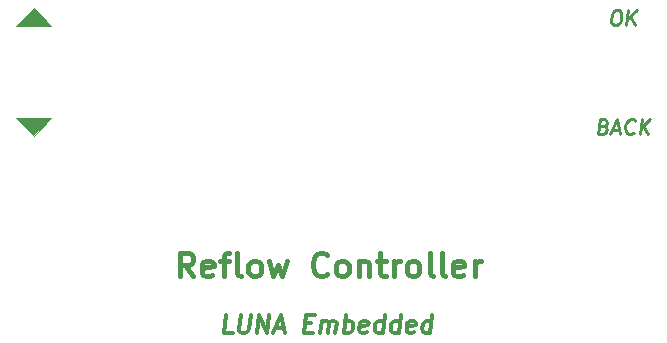
<source format=gbr>
%TF.GenerationSoftware,KiCad,Pcbnew,5.1.10*%
%TF.CreationDate,2021-05-04T13:24:29+02:00*%
%TF.ProjectId,Uyue_946_1010,55797565-5f39-4343-965f-313031302e6b,rev?*%
%TF.SameCoordinates,Original*%
%TF.FileFunction,Soldermask,Top*%
%TF.FilePolarity,Negative*%
%FSLAX46Y46*%
G04 Gerber Fmt 4.6, Leading zero omitted, Abs format (unit mm)*
G04 Created by KiCad (PCBNEW 5.1.10) date 2021-05-04 13:24:29*
%MOMM*%
%LPD*%
G01*
G04 APERTURE LIST*
%ADD10C,0.100000*%
%ADD11C,0.250000*%
%ADD12C,0.350000*%
%ADD13C,0.450000*%
G04 APERTURE END LIST*
D10*
G36*
X-25000000Y-1000000D02*
G01*
X-26450000Y500000D01*
X-23550000Y500000D01*
X-25000000Y-1000000D01*
G37*
X-25000000Y-1000000D02*
X-26450000Y500000D01*
X-23550000Y500000D01*
X-25000000Y-1000000D01*
G36*
X-23550000Y8300000D02*
G01*
X-26450000Y8300000D01*
X-25000000Y9800000D01*
X-23550000Y8300000D01*
G37*
X-23550000Y8300000D02*
X-26450000Y8300000D01*
X-25000000Y9800000D01*
X-23550000Y8300000D01*
D11*
X23255357Y-210714D02*
X23426488Y-270238D01*
X23478571Y-329761D01*
X23523214Y-448809D01*
X23500892Y-627380D01*
X23426488Y-746428D01*
X23359523Y-805952D01*
X23233035Y-865476D01*
X22756845Y-865476D01*
X22913095Y384523D01*
X23329761Y384523D01*
X23441369Y325000D01*
X23493452Y265476D01*
X23538095Y146428D01*
X23523214Y27380D01*
X23448809Y-91666D01*
X23381845Y-151190D01*
X23255357Y-210714D01*
X22838690Y-210714D01*
X23991964Y-508333D02*
X24587202Y-508333D01*
X23828273Y-865476D02*
X24401190Y384523D01*
X24661607Y-865476D01*
X25807440Y-746428D02*
X25740476Y-805952D01*
X25554464Y-865476D01*
X25435416Y-865476D01*
X25264285Y-805952D01*
X25160119Y-686904D01*
X25115476Y-567857D01*
X25085714Y-329761D01*
X25108035Y-151190D01*
X25197321Y86904D01*
X25271726Y205952D01*
X25405654Y325000D01*
X25591666Y384523D01*
X25710714Y384523D01*
X25881845Y325000D01*
X25933928Y265476D01*
X26328273Y-865476D02*
X26484523Y384523D01*
X27042559Y-865476D02*
X26596130Y-151190D01*
X27198809Y384523D02*
X26395238Y-329761D01*
X24282142Y9634523D02*
X24520238Y9634523D01*
X24631845Y9575000D01*
X24736011Y9455952D01*
X24765773Y9217857D01*
X24713690Y8801190D01*
X24624404Y8563095D01*
X24490476Y8444047D01*
X24363988Y8384523D01*
X24125892Y8384523D01*
X24014285Y8444047D01*
X23910119Y8563095D01*
X23880357Y8801190D01*
X23932440Y9217857D01*
X24021726Y9455952D01*
X24155654Y9575000D01*
X24282142Y9634523D01*
X25197321Y8384523D02*
X25353571Y9634523D01*
X25911607Y8384523D02*
X25465178Y9098809D01*
X26067857Y9634523D02*
X25264285Y8920238D01*
D12*
X-8160133Y-17678571D02*
X-8874419Y-17678571D01*
X-8686919Y-16178571D01*
X-7472633Y-16178571D02*
X-7624419Y-17392857D01*
X-7570848Y-17535714D01*
X-7508348Y-17607142D01*
X-7374419Y-17678571D01*
X-7088705Y-17678571D01*
X-6936919Y-17607142D01*
X-6856562Y-17535714D01*
X-6767276Y-17392857D01*
X-6615491Y-16178571D01*
X-6088705Y-17678571D02*
X-5901205Y-16178571D01*
X-5231562Y-17678571D01*
X-5044062Y-16178571D01*
X-4535133Y-17250000D02*
X-3820848Y-17250000D01*
X-4731562Y-17678571D02*
X-4044062Y-16178571D01*
X-3731562Y-17678571D01*
X-1990491Y-16892857D02*
X-1490491Y-16892857D01*
X-1374419Y-17678571D02*
X-2088705Y-17678571D01*
X-1901205Y-16178571D01*
X-1186919Y-16178571D01*
X-731562Y-17678571D02*
X-606562Y-16678571D01*
X-624419Y-16821428D02*
X-544062Y-16750000D01*
X-392276Y-16678571D01*
X-177991Y-16678571D01*
X-44062Y-16750000D01*
X9508Y-16892857D01*
X-88705Y-17678571D01*
X9508Y-16892857D02*
X98794Y-16750000D01*
X250580Y-16678571D01*
X464866Y-16678571D01*
X598794Y-16750000D01*
X652366Y-16892857D01*
X554151Y-17678571D01*
X1268437Y-17678571D02*
X1455937Y-16178571D01*
X1384508Y-16750000D02*
X1536294Y-16678571D01*
X1822008Y-16678571D01*
X1955937Y-16750000D01*
X2018437Y-16821428D01*
X2072008Y-16964285D01*
X2018437Y-17392857D01*
X1929151Y-17535714D01*
X1848794Y-17607142D01*
X1697008Y-17678571D01*
X1411294Y-17678571D01*
X1277366Y-17607142D01*
X3205937Y-17607142D02*
X3054151Y-17678571D01*
X2768437Y-17678571D01*
X2634508Y-17607142D01*
X2580937Y-17464285D01*
X2652366Y-16892857D01*
X2741651Y-16750000D01*
X2893437Y-16678571D01*
X3179151Y-16678571D01*
X3313080Y-16750000D01*
X3366651Y-16892857D01*
X3348794Y-17035714D01*
X2616651Y-17178571D01*
X4554151Y-17678571D02*
X4741651Y-16178571D01*
X4563080Y-17607142D02*
X4411294Y-17678571D01*
X4125580Y-17678571D01*
X3991651Y-17607142D01*
X3929151Y-17535714D01*
X3875580Y-17392857D01*
X3929151Y-16964285D01*
X4018437Y-16821428D01*
X4098794Y-16750000D01*
X4250580Y-16678571D01*
X4536294Y-16678571D01*
X4670223Y-16750000D01*
X5911294Y-17678571D02*
X6098794Y-16178571D01*
X5920223Y-17607142D02*
X5768437Y-17678571D01*
X5482723Y-17678571D01*
X5348794Y-17607142D01*
X5286294Y-17535714D01*
X5232723Y-17392857D01*
X5286294Y-16964285D01*
X5375580Y-16821428D01*
X5455937Y-16750000D01*
X5607723Y-16678571D01*
X5893437Y-16678571D01*
X6027366Y-16750000D01*
X7205937Y-17607142D02*
X7054151Y-17678571D01*
X6768437Y-17678571D01*
X6634508Y-17607142D01*
X6580937Y-17464285D01*
X6652366Y-16892857D01*
X6741651Y-16750000D01*
X6893437Y-16678571D01*
X7179151Y-16678571D01*
X7313080Y-16750000D01*
X7366651Y-16892857D01*
X7348794Y-17035714D01*
X6616651Y-17178571D01*
X8554151Y-17678571D02*
X8741651Y-16178571D01*
X8563080Y-17607142D02*
X8411294Y-17678571D01*
X8125580Y-17678571D01*
X7991651Y-17607142D01*
X7929151Y-17535714D01*
X7875580Y-17392857D01*
X7929151Y-16964285D01*
X8018437Y-16821428D01*
X8098794Y-16750000D01*
X8250580Y-16678571D01*
X8536294Y-16678571D01*
X8670223Y-16750000D01*
D13*
X-11476190Y-12904761D02*
X-12142857Y-11952380D01*
X-12619047Y-12904761D02*
X-12619047Y-10904761D01*
X-11857142Y-10904761D01*
X-11666666Y-11000000D01*
X-11571428Y-11095238D01*
X-11476190Y-11285714D01*
X-11476190Y-11571428D01*
X-11571428Y-11761904D01*
X-11666666Y-11857142D01*
X-11857142Y-11952380D01*
X-12619047Y-11952380D01*
X-9857142Y-12809523D02*
X-10047619Y-12904761D01*
X-10428571Y-12904761D01*
X-10619047Y-12809523D01*
X-10714285Y-12619047D01*
X-10714285Y-11857142D01*
X-10619047Y-11666666D01*
X-10428571Y-11571428D01*
X-10047619Y-11571428D01*
X-9857142Y-11666666D01*
X-9761904Y-11857142D01*
X-9761904Y-12047619D01*
X-10714285Y-12238095D01*
X-9190476Y-11571428D02*
X-8428571Y-11571428D01*
X-8904761Y-12904761D02*
X-8904761Y-11190476D01*
X-8809523Y-11000000D01*
X-8619047Y-10904761D01*
X-8428571Y-10904761D01*
X-7476190Y-12904761D02*
X-7666666Y-12809523D01*
X-7761904Y-12619047D01*
X-7761904Y-10904761D01*
X-6428571Y-12904761D02*
X-6619047Y-12809523D01*
X-6714285Y-12714285D01*
X-6809523Y-12523809D01*
X-6809523Y-11952380D01*
X-6714285Y-11761904D01*
X-6619047Y-11666666D01*
X-6428571Y-11571428D01*
X-6142857Y-11571428D01*
X-5952380Y-11666666D01*
X-5857142Y-11761904D01*
X-5761904Y-11952380D01*
X-5761904Y-12523809D01*
X-5857142Y-12714285D01*
X-5952380Y-12809523D01*
X-6142857Y-12904761D01*
X-6428571Y-12904761D01*
X-5095238Y-11571428D02*
X-4714285Y-12904761D01*
X-4333333Y-11952380D01*
X-3952380Y-12904761D01*
X-3571428Y-11571428D01*
X-142857Y-12714285D02*
X-238095Y-12809523D01*
X-523809Y-12904761D01*
X-714285Y-12904761D01*
X-1000000Y-12809523D01*
X-1190476Y-12619047D01*
X-1285714Y-12428571D01*
X-1380952Y-12047619D01*
X-1380952Y-11761904D01*
X-1285714Y-11380952D01*
X-1190476Y-11190476D01*
X-1000000Y-11000000D01*
X-714285Y-10904761D01*
X-523809Y-10904761D01*
X-238095Y-11000000D01*
X-142857Y-11095238D01*
X999999Y-12904761D02*
X809523Y-12809523D01*
X714285Y-12714285D01*
X619047Y-12523809D01*
X619047Y-11952380D01*
X714285Y-11761904D01*
X809523Y-11666666D01*
X999999Y-11571428D01*
X1285714Y-11571428D01*
X1476190Y-11666666D01*
X1571428Y-11761904D01*
X1666666Y-11952380D01*
X1666666Y-12523809D01*
X1571428Y-12714285D01*
X1476190Y-12809523D01*
X1285714Y-12904761D01*
X999999Y-12904761D01*
X2523809Y-11571428D02*
X2523809Y-12904761D01*
X2523809Y-11761904D02*
X2619047Y-11666666D01*
X2809523Y-11571428D01*
X3095238Y-11571428D01*
X3285714Y-11666666D01*
X3380952Y-11857142D01*
X3380952Y-12904761D01*
X4047619Y-11571428D02*
X4809523Y-11571428D01*
X4333333Y-10904761D02*
X4333333Y-12619047D01*
X4428571Y-12809523D01*
X4619047Y-12904761D01*
X4809523Y-12904761D01*
X5476190Y-12904761D02*
X5476190Y-11571428D01*
X5476190Y-11952380D02*
X5571428Y-11761904D01*
X5666666Y-11666666D01*
X5857142Y-11571428D01*
X6047619Y-11571428D01*
X6999999Y-12904761D02*
X6809523Y-12809523D01*
X6714285Y-12714285D01*
X6619047Y-12523809D01*
X6619047Y-11952380D01*
X6714285Y-11761904D01*
X6809523Y-11666666D01*
X6999999Y-11571428D01*
X7285714Y-11571428D01*
X7476190Y-11666666D01*
X7571428Y-11761904D01*
X7666666Y-11952380D01*
X7666666Y-12523809D01*
X7571428Y-12714285D01*
X7476190Y-12809523D01*
X7285714Y-12904761D01*
X6999999Y-12904761D01*
X8809523Y-12904761D02*
X8619047Y-12809523D01*
X8523809Y-12619047D01*
X8523809Y-10904761D01*
X9857142Y-12904761D02*
X9666666Y-12809523D01*
X9571428Y-12619047D01*
X9571428Y-10904761D01*
X11380952Y-12809523D02*
X11190476Y-12904761D01*
X10809523Y-12904761D01*
X10619047Y-12809523D01*
X10523809Y-12619047D01*
X10523809Y-11857142D01*
X10619047Y-11666666D01*
X10809523Y-11571428D01*
X11190476Y-11571428D01*
X11380952Y-11666666D01*
X11476190Y-11857142D01*
X11476190Y-12047619D01*
X10523809Y-12238095D01*
X12333333Y-12904761D02*
X12333333Y-11571428D01*
X12333333Y-11952380D02*
X12428571Y-11761904D01*
X12523809Y-11666666D01*
X12714285Y-11571428D01*
X12904761Y-11571428D01*
M02*

</source>
